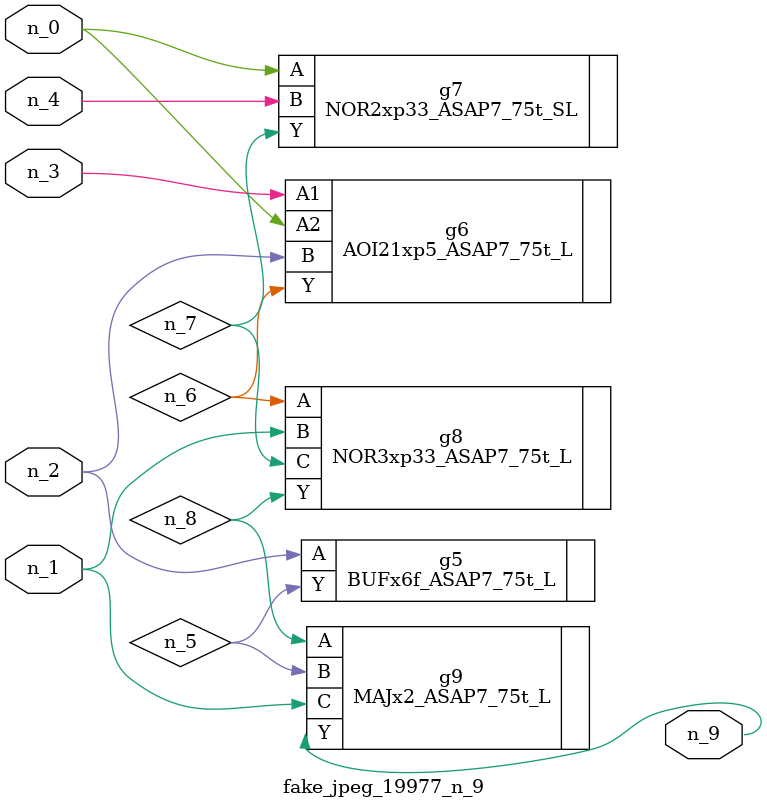
<source format=v>
module fake_jpeg_19977_n_9 (n_3, n_2, n_1, n_0, n_4, n_9);

input n_3;
input n_2;
input n_1;
input n_0;
input n_4;

output n_9;

wire n_8;
wire n_6;
wire n_5;
wire n_7;

BUFx6f_ASAP7_75t_L g5 ( 
.A(n_2),
.Y(n_5)
);

AOI21xp5_ASAP7_75t_L g6 ( 
.A1(n_3),
.A2(n_0),
.B(n_2),
.Y(n_6)
);

NOR2xp33_ASAP7_75t_SL g7 ( 
.A(n_0),
.B(n_4),
.Y(n_7)
);

NOR3xp33_ASAP7_75t_L g8 ( 
.A(n_6),
.B(n_1),
.C(n_7),
.Y(n_8)
);

MAJx2_ASAP7_75t_L g9 ( 
.A(n_8),
.B(n_5),
.C(n_1),
.Y(n_9)
);


endmodule
</source>
